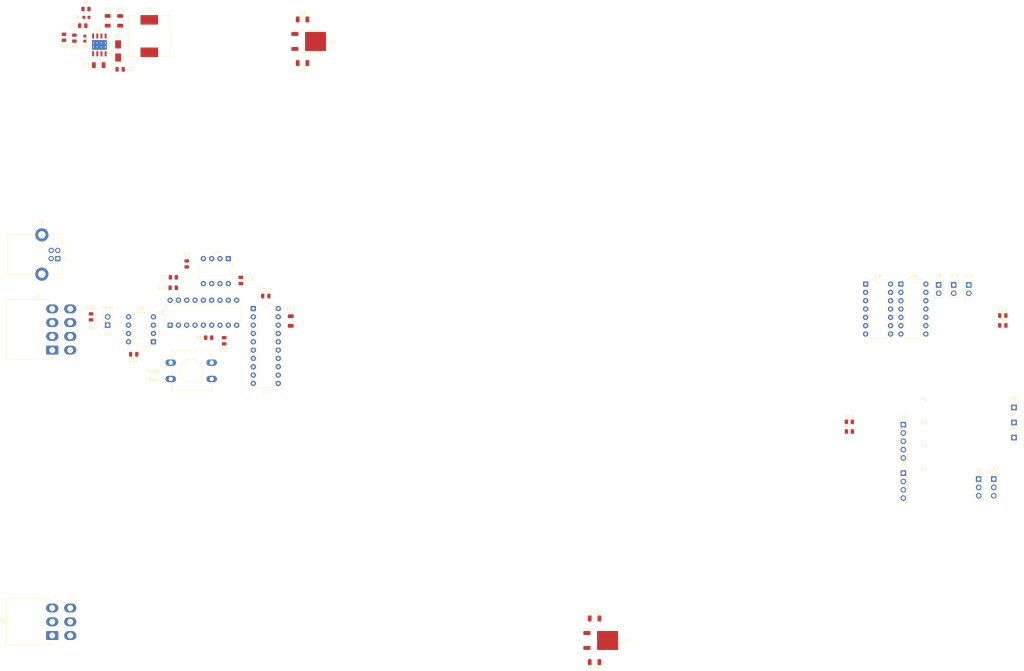
<source format=kicad_pcb>
(kicad_pcb (version 20241229) (generator "pcbnew") (generator_version "9.0")
  (title_block (title "CAN Gauge Interface") (date "2025-09-27") (rev "0.1") (company "Sam Anthony"))
  (layers (0 "F.Cu" signal) (4 "In1.Cu" signal) (6 "In2.Cu" signal) (2 "B.Cu" power) (13 "F.Paste" user) (15 "B.Paste" user) (5 "F.SilkS" user "F.Silkscreen") (7 "B.SilkS" user "B.Silkscreen") (1 "F.Mask" user) (3 "B.Mask" user) (25 "Edge.Cuts" user))
  (net 0 "")
  (net 1 "GND")
  (net 2 "+12V")
  (net 3 "Net-(U5-BOOT)")
  (net 4 "+7V")
  (net 5 "Net-(C7-Pad2)")
  (net 6 "+5V")
  (net 7 "Net-(U1-Vusb3v3)")
  (net 8 "/~{MCLR}")
  (net 9 "+5VA")
  (net 10 "/USB_D+")
  (net 11 "/USB_D-")
  (net 12 "VBUS")
  (net 15 "/CAN_L")
  (net 16 "/Speed")
  (net 17 "/Tach")
  (net 18 "/CAN_H")
  (net 19 "/AN4")
  (net 20 "/AN2")
  (net 21 "/AN3")
  (net 22 "/AN1")
  (net 23 "/ICSP_CLK")
  (net 24 "/ICSP_DAT")
  (net 25 "/SCK")
  (net 26 "/MOSI")
  (net 27 "/MISO")
  (net 28 "/CAN_~{CS}")
  (net 29 "/ROM_~{CS}")
  (net 30 "/DAC2_~{CS}")
  (net 31 "/DAC1_~{CS}")
  (net 32 "/INT{slash}ICSP_CLK")
  (net 33 "/INT")
  (net 34 "Net-(JP5-B)")
  (net 37 "/CLK")
  (net 40 "/CAN_RX")
  (net 41 "/CAN_TX")
  (net 54 "/PH")
  (net 55 "/sense")
  (footprint "Connector_PinSocket_2.54mm:PinSocket_1x01_P2.54mm_Vertical" (layer "F.Cu") (at 356.7 187.2)
    (property "Reference" "J7" (at 0 -2.77 0) (layer "F.SilkS"))
    (property "Value" "ROM ~{CS}")
    (pad "1" thru_hole rect (at 0 0) (size 1.7 1.7) (drill 1) (layers "*.Cu" "*.Mask") (net 29 "/ROM_~{CS}"))
  )
  (footprint "Capacitor_SMD:C_1206_3216Metric" (layer "F.Cu") (at 139.495 77.47)
    (property "Reference" "C9" (at 0 1.984 0) (layer "F.SilkS"))
    (property "Value" "10u" (hide yes))
    (pad "1" smd roundrect (at -1.475 0) (size 1.15 1.8) (layers "F.Cu" "F.Mask" "F.Paste") (roundrect_rratio 0.217391) (net 6 "+5V"))
    (pad "2" smd roundrect (at 1.475 0) (size 1.15 1.8) (layers "F.Cu" "F.Mask" "F.Paste") (roundrect_rratio 0.217391) (net 1 "GND"))
  )
  (footprint "Capacitor_SMD:C_0805_2012Metric" (layer "F.Cu") (at 72.39 66.04 180)
    (property "Reference" "C7" (at 3.175 0 0) (layer "F.SilkS"))
    (property "Value" "47n" (hide yes))
    (pad "1" smd roundrect (at -0.95 0 180) (size 1 1.45) (layers "F.Cu" "F.Mask" "F.Paste") (net 55 "/sense"))
    (pad "2" smd roundrect (at 0.95 0 180) (size 1 1.45) (layers "F.Cu" "F.Mask" "F.Paste") (net 5 "Net-(C7-Pad2)"))
  )
  (footprint "Connector_PinSocket_2.54mm:PinSocket_1x04_P2.54mm_Vertical" (layer "F.Cu") (at 322.92 202.65)
    (property "Reference" "J9" (at 0 -2.77 0) (layer "F.SilkS"))
    (property "Value" "Conn_01x04_Socket")
    (pad "1" thru_hole rect (at 0 0) (size 1.7 1.7) (drill 1) (layers "*.Cu" "*.Mask") (net 2 "+12V"))
    (pad "2" thru_hole oval (at 0 2.54) (size 1.7 1.7) (drill 1) (layers "*.Cu" "*.Mask") (net 4 "+7V"))
    (pad "3" thru_hole oval (at 0 5.08) (size 1.7 1.7) (drill 1) (layers "*.Cu" "*.Mask") (net 6 "+5V"))
    (pad "4" thru_hole oval (at 0 7.62) (size 1.7 1.7) (drill 1) (layers "*.Cu" "*.Mask") (net 1 "GND"))
  )
  (footprint "MountingHole:MountingHole_3.2mm_M3_DIN965" (layer "F.Cu") (at 329.24 183.85)
    (property "Reference" "H1" (at 0 -3.8 0) (layer "F.SilkS"))
    (property "Value" "MountingHole")
    (pad "" np_thru_hole circle (at 0 0) (size 3.2 3.2) (drill 3.2) (layers "*.Cu" "*.Mask"))
  )
  (footprint "Capacitor_SMD:C_1206_3216Metric" (layer "F.Cu") (at 228.649 260.35)
    (property "Reference" "C19" (at 0 1.905 0) (layer "F.SilkS"))
    (property "Value" "10u" (hide yes))
    (pad "1" smd roundrect (at -1.475 0) (size 1.15 1.8) (layers "F.Cu" "F.Mask" "F.Paste") (roundrect_rratio 0.217391) (net 9 "+5VA"))
    (pad "2" smd roundrect (at 1.475 0) (size 1.15 1.8) (layers "F.Cu" "F.Mask" "F.Paste") (roundrect_rratio 0.217391) (net 1 "GND"))
  )
  (footprint "Resistor_SMD:R_0805_2012Metric" (layer "F.Cu") (at 306.44 186.99)
    (property "Reference" "R10" (at 0 -1.65 0) (layer "F.SilkS"))
    (property "Value" "10k")
    (pad "1" smd roundrect (at -0.9125 0) (size 1.025 1.4) (layers "F.Cu" "F.Mask" "F.Paste") (roundrect_rratio 0.243902) (net 9 "+5VA"))
    (pad "2" smd roundrect (at 0.9125 0) (size 1.025 1.4) (layers "F.Cu" "F.Mask" "F.Paste") (roundrect_rratio 0.243902) (net 31 "/DAC1_~{CS}"))
  )
  (footprint "Capacitor_SMD:C_1206_3216Metric" (layer "F.Cu") (at 228.649 247.015)
    (property "Reference" "C18" (at 0 -1.85 0) (layer "F.SilkS"))
    (property "Value" "10u" (hide yes))
    (pad "1" smd roundrect (at -1.475 0) (size 1.15 1.8) (layers "F.Cu" "F.Mask" "F.Paste") (roundrect_rratio 0.217391) (net 4 "+7V"))
    (pad "2" smd roundrect (at 1.475 0) (size 1.15 1.8) (layers "F.Cu" "F.Mask" "F.Paste") (roundrect_rratio 0.217391) (net 1 "GND"))
  )
  (footprint "Package_TO_SOT_SMD:TO-252-2" (layer "F.Cu") (at 142.2 70.86)
    (property "Reference" "U6" (at 6.443 0.128 0) (layer "F.SilkS"))
    (property "Value" "L78M05AB" (hide yes))
    (pad "1" smd roundrect (at -5.04 -2.28) (size 2.2 1.2) (layers "F.Cu" "F.Mask" "F.Paste") (roundrect_rratio 0.208333) (net 4 "+7V"))
    (pad "2" smd roundrect (at -0.415 -1.525) (size 3.05 2.75) (layers "F.Cu" "F.Paste") (roundrect_rratio 0.090909) (net 1 "GND"))
    (pad "2" smd roundrect (at -0.415 1.525) (size 3.05 2.75) (layers "F.Cu" "F.Paste") (roundrect_rratio 0.090909) (net 1 "GND"))
    (pad "2" smd roundrect (at 1.26 0) (size 6.4 5.8) (layers "F.Cu" "F.Mask") (roundrect_rratio 0.043103) (net 1 "GND"))
    (pad "2" smd roundrect (at 2.935 -1.525) (size 3.05 2.75) (layers "F.Cu" "F.Paste") (roundrect_rratio 0.090909) (net 1 "GND"))
    (pad "2" smd roundrect (at 2.935 1.525) (size 3.05 2.75) (layers "F.Cu" "F.Paste") (roundrect_rratio 0.090909) (net 1 "GND"))
    (pad "3" smd roundrect (at -5.04 2.28) (size 2.2 1.2) (layers "F.Cu" "F.Mask" "F.Paste") (roundrect_rratio 0.208333) (net 6 "+5V"))
  )
  (footprint "Capacitor_SMD:C_0805_2012Metric" (layer "F.Cu") (at 353.28 154.54)
    (property "Reference" "C16" (at 0 -1.68 0) (layer "F.SilkS"))
    (property "Value" "100n")
    (pad "1" smd roundrect (at -0.95 0) (size 1 1.45) (layers "F.Cu" "F.Mask" "F.Paste") (net 9 "+5VA"))
    (pad "2" smd roundrect (at 0.95 0) (size 1 1.45) (layers "F.Cu" "F.Mask" "F.Paste") (net 1 "GND"))
  )
  (footprint "MountingHole:MountingHole_3.2mm_M3_DIN965" (layer "F.Cu") (at 329.24 191)
    (property "Reference" "H2" (at 0 -3.8 0) (layer "F.SilkS"))
    (property "Value" "MountingHole")
    (pad "" np_thru_hole circle (at 0 0) (size 3.2 3.2) (drill 3.2) (layers "*.Cu" "*.Mask"))
  )
  (footprint "Capacitor_SMD:C_0603_1608Metric" (layer "F.Cu") (at 73.025 69.99 -90)
    (property "Reference" "C4" (at 2.4 0 180) (layer "F.SilkS"))
    (property "Value" "220p" (hide yes))
    (pad "1" smd roundrect (at -0.775 0 270) (size 0.9 0.95) (layers "F.Cu" "F.Mask" "F.Paste") (net 55 "/sense"))
    (pad "2" smd roundrect (at 0.775 0 270) (size 0.9 0.95) (layers "F.Cu" "F.Mask" "F.Paste") (net 1 "GND"))
  )
  (footprint "Connector_Molex:Molex_Mini-Fit_Jr_5569-06A2_2x03_P4.20mm_Horizontal" (layer "F.Cu") (at 63.08 252.24 90)
    (property "Reference" "J3" (at 4.2 -15.1 90) (layer "F.SilkS"))
    (property "Value" "Analog")
    (pad "" np_thru_hole circle (at 0 -7.3 90) (size 3 3) (drill 3) (layers "*.Cu" "*.Mask"))
    (pad "" np_thru_hole circle (at 8.4 -7.3 90) (size 3 3) (drill 3) (layers "*.Cu" "*.Mask"))
    (pad "1" thru_hole roundrect (at 0 0 90) (size 2.7 3.7) (drill 1.8) (layers "*.Cu" "*.Mask") (roundrect_rratio 0.092593) (net 22 "/AN1"))
    (pad "2" thru_hole oval (at 4.2 0 90) (size 2.7 3.7) (drill 1.8) (layers "*.Cu" "*.Mask") (net 1 "GND"))
    (pad "3" thru_hole oval (at 8.4 0 90) (size 2.7 3.7) (drill 1.8) (layers "*.Cu" "*.Mask") (net 19 "/AN4"))
    (pad "4" thru_hole oval (at 0 5.5 90) (size 2.7 3.7) (drill 1.8) (layers "*.Cu" "*.Mask") (net 20 "/AN2"))
    (pad "5" thru_hole oval (at 4.2 5.5 90) (size 2.7 3.7) (drill 1.8) (layers "*.Cu" "*.Mask") (net 1 "GND"))
    (pad "6" thru_hole oval (at 8.4 5.5 90) (size 2.7 3.7) (drill 1.8) (layers "*.Cu" "*.Mask") (net 21 "/AN3"))
  )
  (footprint "Resistor_SMD:R_0805_2012Metric" (layer "F.Cu") (at 73.3825 60.96)
    (property "Reference" "R1" (at 0 -1.905 0) (layer "F.SilkS"))
    (property "Value" "10k" (hide yes))
    (pad "1" smd roundrect (at -0.9125 0) (size 1.025 1.4) (layers "F.Cu" "F.Mask" "F.Paste") (roundrect_rratio 0.243902) (net 55 "/sense"))
    (pad "2" smd roundrect (at 0.9125 0) (size 1.025 1.4) (layers "F.Cu" "F.Mask" "F.Paste") (roundrect_rratio 0.243902) (net 4 "+7V"))
  )
  (footprint "Connector_USB:USB_B_Lumberg_2411_02_Horizontal" (layer "F.Cu") (at 64.77 137.16 180)
    (property "Reference" "J1" (at 5.08 11.43 180) (layer "F.SilkS"))
    (property "Value" "USB_B" (hide yes))
    (pad "1" thru_hole rect (at 0 0 270) (size 1.6 1.6) (drill 0.95) (layers "*.Cu" "*.Mask") (net 12 "VBUS"))
    (pad "2" thru_hole circle (at 0 2.5 270) (size 1.6 1.6) (drill 0.95) (layers "*.Cu" "*.Mask") (net 11 "/USB_D-"))
    (pad "3" thru_hole circle (at 2 2.5 270) (size 1.6 1.6) (drill 0.95) (layers "*.Cu" "*.Mask") (net 10 "/USB_D+"))
    (pad "4" thru_hole circle (at 2 0 270) (size 1.6 1.6) (drill 0.95) (layers "*.Cu" "*.Mask") (net 1 "GND"))
    (pad "5" thru_hole circle (at 4.86 -4.75 270) (size 4 4) (drill 2.3) (layers "*.Cu" "*.Mask"))
    (pad "5" thru_hole circle (at 4.86 7.25 270) (size 4 4) (drill 2.3) (layers "*.Cu" "*.Mask"))
  )
  (footprint "Connector_PinSocket_2.54mm:PinSocket_1x02_P2.54mm_Vertical" (layer "F.Cu") (at 80.01 157.48 180)
    (property "Reference" "JP5" (at 0 -2.77 0) (layer "F.SilkS"))
    (property "Value" "Term" (at 0 5.31 0) (layer "F.SilkS"))
    (pad "1" thru_hole rect (at 0 0 180) (size 1.7 1.7) (drill 1) (layers "*.Cu" "*.Mask") (net 15 "/CAN_L"))
    (pad "2" thru_hole oval (at 0 2.54 180) (size 1.7 1.7) (drill 1) (layers "*.Cu" "*.Mask") (net 34 "Net-(JP5-B)"))
  )
  (footprint "Capacitor_SMD:C_0603_1608Metric" (layer "F.Cu") (at 73.52 63.5)
    (property "Reference" "C6" (at -3.035 0 0) (layer "F.SilkS"))
    (property "Value" "3300p" (hide yes))
    (pad "1" smd roundrect (at -0.775 0) (size 0.9 0.95) (layers "F.Cu" "F.Mask" "F.Paste") (net 55 "/sense"))
    (pad "2" smd roundrect (at 0.775 0) (size 0.9 0.95) (layers "F.Cu" "F.Mask" "F.Paste") (net 4 "+7V"))
  )
  (footprint "Inductor_SMD:L_12x12mm_H8mm" (layer "F.Cu") (at 92.71 69.215 90)
    (property "Reference" "L1" (at 8.255 0 180) (layer "F.SilkS"))
    (property "Value" "150u" (hide yes))
    (pad "1" smd rect (at -4.95 0 90) (size 2.9 5.4) (layers "F.Cu" "F.Mask" "F.Paste") (net 54 "/PH"))
    (pad "2" smd rect (at 4.95 0 90) (size 2.9 5.4) (layers "F.Cu" "F.Mask" "F.Paste") (net 4 "+7V"))
  )
  (footprint "MountingHole:MountingHole_3.2mm_M3_DIN965" (layer "F.Cu") (at 329.24 205.3)
    (property "Reference" "H4" (at 0 -3.8 0) (layer "F.SilkS"))
    (property "Value" "MountingHole")
    (pad "" np_thru_hole circle (at 0 0) (size 3.2 3.2) (drill 3.2) (layers "*.Cu" "*.Mask"))
  )
  (footprint "Resistor_SMD:R_0805_2012Metric" (layer "F.Cu") (at 66.675 69.5725 -90)
    (property "Reference" "R2" (at 2.8175 0 180) (layer "F.SilkS"))
    (property "Value" "3k24" (hide yes))
    (pad "1" smd roundrect (at -0.9125 0 270) (size 1.025 1.4) (layers "F.Cu" "F.Mask" "F.Paste") (roundrect_rratio 0.243902) (net 55 "/sense"))
    (pad "2" smd roundrect (at 0.9125 0 270) (size 1.025 1.4) (layers "F.Cu" "F.Mask" "F.Paste") (roundrect_rratio 0.243902) (net 1 "GND"))
  )
  (footprint "Resistor_SMD:R_0805_2012Metric" (layer "F.Cu") (at 110.8475 161.29)
    (property "Reference" "R6" (at -2.8975 0 0) (layer "F.SilkS"))
    (property "Value" "10k" (hide yes))
    (pad "1" smd roundrect (at -0.9125 0) (size 1.025 1.4) (layers "F.Cu" "F.Mask" "F.Paste") (roundrect_rratio 0.243902) (net 6 "+5V"))
    (pad "2" smd roundrect (at 0.9125 0) (size 1.025 1.4) (layers "F.Cu" "F.Mask" "F.Paste") (roundrect_rratio 0.243902) (net 8 "/~{MCLR}"))
  )
  (footprint "Connector_PinSocket_2.54mm:PinSocket_1x02_P2.54mm_Vertical" (layer "F.Cu") (at 333.7 145.2)
    (property "Reference" "J8" (at 0 -2.77 0) (layer "F.SilkS"))
    (property "Value" "DAC ~{CS}")
    (pad "1" thru_hole rect (at 0 0) (size 1.7 1.7) (drill 1) (layers "*.Cu" "*.Mask") (net 31 "/DAC1_~{CS}"))
    (pad "2" thru_hole oval (at 0 2.54) (size 1.7 1.7) (drill 1) (layers "*.Cu" "*.Mask") (net 30 "/DAC2_~{CS}"))
  )
  (footprint "Button_Switch_THT:SW_PUSH-12mm" (layer "F.Cu") (at 111.76 173.91 180)
    (property "Reference" "SW1" (at 17.78 -0.08 0) (layer "F.SilkS"))
    (property "Value" "Reset" (at 17.78 2.46 0) (layer "F.SilkS"))
    (pad "1" thru_hole oval (at 0 0 180) (size 3.2 1.9) (drill 1.3) (layers "*.Cu" "*.Mask") (net 1 "GND"))
    (pad "1" thru_hole oval (at 12.5 0 180) (size 3.2 1.9) (drill 1.3) (layers "*.Cu" "*.Mask") (net 1 "GND"))
    (pad "2" thru_hole oval (at 0 5 180) (size 3.2 1.9) (drill 1.3) (layers "*.Cu" "*.Mask") (net 8 "/~{MCLR}"))
    (pad "2" thru_hole oval (at 12.5 5 180) (size 3.2 1.9) (drill 1.3) (layers "*.Cu" "*.Mask") (net 8 "/~{MCLR}"))
  )
  (footprint "Capacitor_SMD:C_1206_3216Metric" (layer "F.Cu") (at 80.01 64.565 -90)
    (property "Reference" "C3" (at -3.38 0 0) (layer "F.SilkS"))
    (property "Value" "22u" (hide yes))
    (pad "1" smd roundrect (at -1.475 0 270) (size 1.15 1.8) (layers "F.Cu" "F.Mask" "F.Paste") (roundrect_rratio 0.217391) (net 4 "+7V"))
    (pad "2" smd roundrect (at 1.475 0 270) (size 1.15 1.8) (layers "F.Cu" "F.Mask" "F.Paste") (roundrect_rratio 0.217391) (net 1 "GND"))
  )
  (footprint "Connector_PinSocket_2.54mm:PinSocket_1x01_P2.54mm_Vertical" (layer "F.Cu") (at 356.7 182.6)
    (property "Reference" "J6" (at 0 -2.77 0) (layer "F.SilkS"))
    (property "Value" "CAN ~{CS}")
    (pad "1" thru_hole rect (at 0 0) (size 1.7 1.7) (drill 1) (layers "*.Cu" "*.Mask") (net 28 "/CAN_~{CS}"))
  )
  (footprint "Resistor_SMD:R_0805_2012Metric" (layer "F.Cu") (at 104.14 138.7875 -90)
    (property "Reference" "R9" (at -2.8975 0 180) (layer "F.SilkS"))
    (property "Value" "10k" (hide yes))
    (pad "1" smd roundrect (at -0.9125 0 270) (size 1.025 1.4) (layers "F.Cu" "F.Mask" "F.Paste") (roundrect_rratio 0.243902) (net 6 "+5V"))
    (pad "2" smd roundrect (at 0.9125 0 270) (size 1.025 1.4) (layers "F.Cu" "F.Mask" "F.Paste") (roundrect_rratio 0.243902) (net 29 "/ROM_~{CS}"))
  )
  (footprint "Connector_PinSocket_2.54mm:PinSocket_1x03_P2.54mm_Vertical" (layer "F.Cu") (at 350.52 204.47)
    (property "Reference" "JP2" (at 0 -2.77 0) (layer "F.SilkS"))
    (property "Value" "Prog")
    (pad "1" thru_hole rect (at 0 0) (size 1.7 1.7) (drill 1) (layers "*.Cu" "*.Mask") (net 33 "/INT"))
    (pad "2" thru_hole oval (at 0 2.54) (size 1.7 1.7) (drill 1) (layers "*.Cu" "*.Mask") (net 32 "/INT{slash}ICSP_CLK"))
    (pad "3" thru_hole oval (at 0 5.08) (size 1.7 1.7) (drill 1) (layers "*.Cu" "*.Mask") (net 23 "/ICSP_CLK"))
  )
  (footprint "Package_DIP:DIP-14_W7.62mm" (layer "F.Cu") (at 311.4 144.93)
    (property "Reference" "U8" (at 3.81 -2.33 0) (layer "F.SilkS"))
    (property "Value" "MCP4912")
    (pad "1" thru_hole roundrect (at 0 0) (size 1.6 1.6) (drill 0.8) (layers "*.Cu" "*.Mask") (roundrect_rratio 0.15625) (net 9 "+5VA"))
    (pad "2" thru_hole circle (at 0 2.54) (size 1.6 1.6) (drill 0.8) (layers "*.Cu" "*.Mask"))
    (pad "3" thru_hole circle (at 0 5.08) (size 1.6 1.6) (drill 0.8) (layers "*.Cu" "*.Mask") (net 31 "/DAC1_~{CS}"))
    (pad "4" thru_hole circle (at 0 7.62) (size 1.6 1.6) (drill 0.8) (layers "*.Cu" "*.Mask") (net 25 "/SCK"))
    (pad "5" thru_hole circle (at 0 10.16) (size 1.6 1.6) (drill 0.8) (layers "*.Cu" "*.Mask") (net 26 "/MOSI"))
    (pad "6" thru_hole circle (at 0 12.7) (size 1.6 1.6) (drill 0.8) (layers "*.Cu" "*.Mask"))
    (pad "7" thru_hole circle (at 0 15.24) (size 1.6 1.6) (drill 0.8) (layers "*.Cu" "*.Mask"))
    (pad "8" thru_hole circle (at 7.62 15.24) (size 1.6 1.6) (drill 0.8) (layers "*.Cu" "*.Mask") (net 1 "GND"))
    (pad "9" thru_hole circle (at 7.62 12.7) (size 1.6 1.6) (drill 0.8) (layers "*.Cu" "*.Mask") (net 9 "+5VA"))
    (pad "10" thru_hole circle (at 7.62 10.16) (size 1.6 1.6) (drill 0.8) (layers "*.Cu" "*.Mask") (net 20 "/AN2"))
    (pad "11" thru_hole circle (at 7.62 7.62) (size 1.6 1.6) (drill 0.8) (layers "*.Cu" "*.Mask") (net 9 "+5VA"))
    (pad "12" thru_hole circle (at 7.62 5.08) (size 1.6 1.6) (drill 0.8) (layers "*.Cu" "*.Mask") (net 1 "GND"))
    (pad "13" thru_hole circle (at 7.62 2.54) (size 1.6 1.6) (drill 0.8) (layers "*.Cu" "*.Mask") (net 9 "+5VA"))
    (pad "14" thru_hole circle (at 7.62 0) (size 1.6 1.6) (drill 0.8) (layers "*.Cu" "*.Mask") (net 22 "/AN1"))
  )
  (footprint "Diode_SMD:D_SMA" (layer "F.Cu") (at 83.185 73.755 90)
    (property "Reference" "D1" (at 4.54 0 180) (layer "F.SilkS"))
    (property "Value" "SS34" (hide yes))
    (pad "1" smd roundrect (at -2 0 90) (size 2.5 1.8) (layers "F.Cu" "F.Mask" "F.Paste") (roundrect_rratio 0.1388888889) (net 54 "/PH"))
    (pad "2" smd roundrect (at 2 0 90) (size 2.5 1.8) (layers "F.Cu" "F.Mask" "F.Paste") (roundrect_rratio 0.1388888889) (net 1 "GND"))
  )
  (footprint "Connector_Molex:Molex_Mini-Fit_Jr_5569-08A2_2x04_P4.20mm_Horizontal" (layer "F.Cu") (at 63.08 165.1 90)
    (property "Reference" "J2" (at 16.51 -4.66 180) (layer "F.SilkS"))
    (property "Value" "Conn_02x04_Top_Bottom" (hide yes))
    (pad "" np_thru_hole circle (at 0 -7.3 90) (size 3 3) (drill 3) (layers "*.Cu" "*.Mask"))
    (pad "" np_thru_hole circle (at 12.6 -7.3 90) (size 3 3) (drill 3) (layers "*.Cu" "*.Mask"))
    (pad "1" thru_hole roundrect (at 0 0 90) (size 2.7 3.7) (drill 1.8) (layers "*.Cu" "*.Mask") (roundrect_rratio 0.092593) (net 17 "/Tach"))
    (pad "2" thru_hole oval (at 4.2 0 90) (size 2.7 3.7) (drill 1.8) (layers "*.Cu" "*.Mask") (net 1 "GND"))
    (pad "3" thru_hole oval (at 8.4 0 90) (size 2.7 3.7) (drill 1.8) (layers "*.Cu" "*.Mask") (net 1 "GND"))
    (pad "4" thru_hole oval (at 12.6 0 90) (size 2.7 3.7) (drill 1.8) (layers "*.Cu" "*.Mask") (net 2 "+12V"))
    (pad "5" thru_hole oval (at 0 5.5 90) (size 2.7 3.7) (drill 1.8) (layers "*.Cu" "*.Mask") (net 16 "/Speed"))
    (pad "6" thru_hole oval (at 4.2 5.5 90) (size 2.7 3.7) (drill 1.8) (layers "*.Cu" "*.Mask") (net 18 "/CAN_H"))
    (pad "7" thru_hole oval (at 8.4 5.5 90) (size 2.7 3.7) (drill 1.8) (layers "*.Cu" "*.Mask") (net 15 "/CAN_L"))
    (pad "8" thru_hole oval (at 12.6 5.5 90) (size 2.7 3.7) (drill 1.8) (layers "*.Cu" "*.Mask") (net 1 "GND"))
  )
  (footprint "Resistor_SMD:R_0805_2012Metric" (layer "F.Cu") (at 69.85 69.85 -90)
    (property "Reference" "R3" (at 2.54 0 0) (layer "F.SilkS"))
    (property "Value" "2k7" (hide yes))
    (pad "1" smd roundrect (at -0.9125 0 270) (size 1.025 1.4) (layers "F.Cu" "F.Mask" "F.Paste") (roundrect_rratio 0.243902) (net 5 "Net-(C7-Pad2)"))
    (pad "2" smd roundrect (at 0.9125 0 270) (size 1.025 1.4) (layers "F.Cu" "F.Mask" "F.Paste") (roundrect_rratio 0.243902) (net 1 "GND"))
  )
  (footprint "Package_DIP:DIP-8_W7.62mm" (layer "F.Cu") (at 93.98 162.56 180)
    (property "Reference" "U3" (at 3.805 10.16 0) (layer "F.SilkS"))
    (property "Value" "MCP2561-E-P" (hide yes))
    (pad "1" thru_hole roundrect (at 0 0 180) (size 1.6 1.6) (drill 0.8) (layers "*.Cu" "*.Mask") (roundrect_rratio 0.15625) (net 41 "/CAN_TX"))
    (pad "2" thru_hole circle (at 0 2.54 180) (size 1.6 1.6) (drill 0.8) (layers "*.Cu" "*.Mask") (net 1 "GND"))
    (pad "3" thru_hole circle (at 0 5.08 180) (size 1.6 1.6) (drill 0.8) (layers "*.Cu" "*.Mask") (net 6 "+5V"))
    (pad "4" thru_hole circle (at 0 7.62 180) (size 1.6 1.6) (drill 0.8) (layers "*.Cu" "*.Mask") (net 40 "/CAN_RX"))
    (pad "5" thru_hole circle (at 7.62 7.62 180) (size 1.6 1.6) (drill 0.8) (layers "*.Cu" "*.Mask"))
    (pad "6" thru_hole circle (at 7.62 5.08 180) (size 1.6 1.6) (drill 0.8) (layers "*.Cu" "*.Mask") (net 15 "/CAN_L"))
    (pad "7" thru_hole circle (at 7.62 2.54 180) (size 1.6 1.6) (drill 0.8) (layers "*.Cu" "*.Mask") (net 18 "/CAN_H"))
    (pad "8" thru_hole circle (at 7.62 0 180) (size 1.6 1.6) (drill 0.8) (layers "*.Cu" "*.Mask") (net 1 "GND"))
  )
  (footprint "Resistor_SMD:R_0805_2012Metric" (layer "F.Cu") (at 100.0525 142.875)
    (property "Reference" "R7" (at -2.8975 0 180) (layer "F.SilkS"))
    (property "Value" "10k" (hide yes))
    (pad "1" smd roundrect (at -0.9125 0) (size 1.025 1.4) (layers "F.Cu" "F.Mask" "F.Paste") (roundrect_rratio 0.243902) (net 6 "+5V"))
    (pad "2" smd roundrect (at 0.9125 0) (size 1.025 1.4) (layers "F.Cu" "F.Mask" "F.Paste") (roundrect_rratio 0.243902) (net 28 "/CAN_~{CS}"))
  )
  (footprint "Capacitor_SMD:C_1206_3216Metric" (layer "F.Cu") (at 83.82 64.565 -90)
    (property "Reference" "C5" (at -3.38 0 0) (layer "F.SilkS"))
    (property "Value" "22u" (hide yes))
    (pad "1" smd roundrect (at -1.475 0 270) (size 1.15 1.8) (layers "F.Cu" "F.Mask" "F.Paste") (roundrect_rratio 0.217391) (net 4 "+7V"))
    (pad "2" smd roundrect (at 1.475 0 270) (size 1.15 1.8) (layers "F.Cu" "F.Mask" "F.Paste") (roundrect_rratio 0.217391) (net 1 "GND"))
  )
  (footprint "Connector_PinHeader_2.54mm:PinHeader_1x05_P2.54mm_Vertical" (layer "F.Cu") (at 322.92 187.85)
    (property "Reference" "J4" (at 0 -2.33 0) (layer "F.SilkS"))
    (property "Value" "ICSP")
    (pad "1" thru_hole rect (at 0 0) (size 1.7 1.7) (drill 1) (layers "*.Cu" "*.Mask") (net 8 "/~{MCLR}"))
    (pad "2" thru_hole oval (at 0 2.54) (size 1.7 1.7) (drill 1) (layers "*.Cu" "*.Mask") (net 6 "+5V"))
    (pad "3" thru_hole oval (at 0 5.08) (size 1.7 1.7) (drill 1) (layers "*.Cu" "*.Mask") (net 1 "GND"))
    (pad "4" thru_hole oval (at 0 7.62) (size 1.7 1.7) (drill 1) (layers "*.Cu" "*.Mask") (net 24 "/ICSP_DAT"))
    (pad "5" thru_hole oval (at 0 10.16) (size 1.7 1.7) (drill 1) (layers "*.Cu" "*.Mask") (net 23 "/ICSP_CLK"))
  )
  (footprint "Capacitor_SMD:C_0805_2012Metric" (layer "F.Cu") (at 87.95 166.37)
    (property "Reference" "C14" (at 0 1.905 0) (layer "F.SilkS"))
    (property "Value" "100n" (hide yes))
    (pad "1" smd roundrect (at -0.95 0) (size 1 1.45) (layers "F.Cu" "F.Mask" "F.Paste") (net 1 "GND"))
    (pad "2" smd roundrect (at 0.95 0) (size 1 1.45) (layers "F.Cu" "F.Mask" "F.Paste") (net 6 "+5V"))
  )
  (footprint "Connector_PinSocket_2.54mm:PinSocket_1x03_P2.54mm_Vertical" (layer "F.Cu") (at 345.92 204.47)
    (property "Reference" "J5" (at 0 -2.77 0) (layer "F.SilkS"))
    (property "Value" "SPI Debug")
    (pad "1" thru_hole rect (at 0 0) (size 1.7 1.7) (drill 1) (layers "*.Cu" "*.Mask") (net 26 "/MOSI"))
    (pad "2" thru_hole oval (at 0 2.54) (size 1.7 1.7) (drill 1) (layers "*.Cu" "*.Mask") (net 25 "/SCK"))
    (pad "3" thru_hole oval (at 0 5.08) (size 1.7 1.7) (drill 1) (layers "*.Cu" "*.Mask") (net 27 "/MISO"))
  )
  (footprint "Connector_PinSocket_2.54mm:PinSocket_1x02_P2.54mm_Vertical" (layer "F.Cu") (at 342.9 145.2)
    (property "Reference" "JP4" (at 0 -2.77 0) (layer "F.SilkS"))
    (property "Value" "USB_PWR")
    (pad "1" thru_hole rect (at 0 0) (size 1.7 1.7) (drill 1) (layers "*.Cu" "*.Mask") (net 12 "VBUS"))
    (pad "2" thru_hole oval (at 0 2.54) (size 1.7 1.7) (drill 1) (layers "*.Cu" "*.Mask") (net 9 "+5VA"))
  )
  (footprint "Capacitor_SMD:C_1206_3216Metric" (layer "F.Cu") (at 139.495 64.135)
    (property "Reference" "C8" (at 0 -1.85 0) (layer "F.SilkS"))
    (property "Value" "10u" (hide yes))
    (pad "1" smd roundrect (at -1.475 0) (size 1.15 1.8) (layers "F.Cu" "F.Mask" "F.Paste") (roundrect_rratio 0.217391) (net 4 "+7V"))
    (pad "2" smd roundrect (at 1.475 0) (size 1.15 1.8) (layers "F.Cu" "F.Mask" "F.Paste") (roundrect_rratio 0.217391) (net 1 "GND"))
  )
  (footprint "Connector_PinSocket_2.54mm:PinSocket_1x01_P2.54mm_Vertical" (layer "F.Cu") (at 356.7 191.8)
    (property "Reference" "J10" (at 0 -2.77 0) (layer "F.SilkS"))
    (property "Value" "+5VA")
    (pad "1" thru_hole rect (at 0 0) (size 1.7 1.7) (drill 1) (layers "*.Cu" "*.Mask") (net 9 "+5VA"))
  )
  (footprint "Package_DIP:DIP-20_W7.62mm" (layer "F.Cu") (at 124.46 152.4)
    (property "Reference" "U1" (at 3.81 25.4 0) (layer "F.SilkS"))
    (property "Value" "PIC16F1459-IP" (hide yes))
    (pad "1" thru_hole roundrect (at 0 0) (size 1.6 1.6) (drill 0.8) (layers "*.Cu" "*.Mask") (roundrect_rratio 0.15625) (net 6 "+5V"))
    (pad "2" thru_hole circle (at 0 2.54) (size 1.6 1.6) (drill 0.8) (layers "*.Cu" "*.Mask") (net 28 "/CAN_~{CS}"))
    (pad "3" thru_hole circle (at 0 5.08) (size 1.6 1.6) (drill 0.8) (layers "*.Cu" "*.Mask") (net 37 "/CLK"))
    (pad "4" thru_hole circle (at 0 7.62) (size 1.6 1.6) (drill 0.8) (layers "*.Cu" "*.Mask") (net 8 "/~{MCLR}"))
    (pad "5" thru_hole circle (at 0 10.16) (size 1.6 1.6) (drill 0.8) (layers "*.Cu" "*.Mask"))
    (pad "6" thru_hole circle (at 0 12.7) (size 1.6 1.6) (drill 0.8) (layers "*.Cu" "*.Mask"))
    (pad "7" thru_hole circle (at 0 15.24) (size 1.6 1.6) (drill 0.8) (layers "*.Cu" "*.Mask"))
    (pad "8" thru_hole circle (at 0 17.78) (size 1.6 1.6) (drill 0.8) (layers "*.Cu" "*.Mask"))
    (pad "9" thru_hole circle (at 0 20.32) (size 1.6 1.6) (drill 0.8) (layers "*.Cu" "*.Mask") (net 26 "/MOSI"))
    (pad "10" thru_hole circle (at 0 22.86) (size 1.6 1.6) (drill 0.8) (layers "*.Cu" "*.Mask"))
    (pad "11" thru_hole circle (at 7.62 22.86) (size 1.6 1.6) (drill 0.8) (layers "*.Cu" "*.Mask") (net 25 "/SCK"))
    (pad "12" thru_hole circle (at 7.62 20.32) (size 1.6 1.6) (drill 0.8) (layers "*.Cu" "*.Mask"))
    (pad "13" thru_hole circle (at 7.62 17.78) (size 1.6 1.6) (drill 0.8) (layers "*.Cu" "*.Mask") (net 27 "/MISO"))
    (pad "14" thru_hole circle (at 7.62 15.24) (size 1.6 1.6) (drill 0.8) (layers "*.Cu" "*.Mask"))
    (pad "15" thru_hole circle (at 7.62 12.7) (size 1.6 1.6) (drill 0.8) (layers "*.Cu" "*.Mask") (net 32 "/INT{slash}ICSP_CLK"))
    (pad "16" thru_hole circle (at 7.62 10.16) (size 1.6 1.6) (drill 0.8) (layers "*.Cu" "*.Mask") (net 24 "/ICSP_DAT"))
    (pad "17" thru_hole circle (at 7.62 7.62) (size 1.6 1.6) (drill 0.8) (layers "*.Cu" "*.Mask") (net 7 "Net-(U1-Vusb3v3)"))
    (pad "18" thru_hole circle (at 7.62 5.08) (size 1.6 1.6) (drill 0.8) (layers "*.Cu" "*.Mask") (net 11 "/USB_D-"))
    (pad "19" thru_hole circle (at 7.62 2.54) (size 1.6 1.6) (drill 0.8) (layers "*.Cu" "*.Mask") (net 10 "/USB_D+"))
    (pad "20" thru_hole circle (at 7.62 0) (size 1.6 1.6) (drill 0.8) (layers "*.Cu" "*.Mask") (net 1 "GND"))
  )
  (footprint "Capacitor_SMD:C_0805_2012Metric" (layer "F.Cu") (at 83.82 79.375)
    (property "Reference" "C2" (at 3.175 0 180) (layer "F.SilkS"))
    (property "Value" "10n" (hide yes))
    (pad "1" smd roundrect (at -0.95 0) (size 1 1.45) (layers "F.Cu" "F.Mask" "F.Paste") (net 3 "Net-(U5-BOOT)"))
    (pad "2" smd roundrect (at 0.95 0) (size 1 1.45) (layers "F.Cu" "F.Mask" "F.Paste") (net 54 "/PH"))
  )
  (footprint "Package_SO:TI_SO-PowerPAD-8_ThermalVias" (layer "F.Cu") (at 77.47 71.915 -90)
    (property "Reference" "U5" (at -4.605 0.635 180) (layer "F.SilkS"))
    (property "Value" "TPS5430DDA" (hide yes))
    (pad "1" smd rect (at -2.7 -1.905 270) (size 1.55 0.6) (layers "F.Cu" "F.Mask" "F.Paste") (net 3 "Net-(U5-BOOT)"))
    (pad "2" smd rect (at -2.7 -0.635 270) (size 1.55 0.6) (layers "F.Cu" "F.Mask" "F.Paste"))
    (pad "3" smd rect (at -2.7 0.635 270) (size 1.55 0.6) (layers "F.Cu" "F.Mask" "F.Paste"))
    (pad "4" smd rect (at -2.7 1.905 270) (size 1.55 0.6) (layers "F.Cu" "F.Mask" "F.Paste") (net 55 "/sense"))
    (pad "5" smd rect (at 2.7 1.905 270) (size 1.55 0.6) (layers "F.Cu" "F.Mask" "F.Paste"))
    (pad "6" smd rect (at 2.7 0.635 270) (size 1.55 0.6) (layers "F.Cu" "F.Mask" "F.Paste") (net 1 "GND"))
    (pad "7" smd rect (at 2.7 -0.635 270) (size 1.55 0.6) (layers "F.Cu" "F.Mask" "F.Paste") (net 2 "+12V"))
    (pad "8" smd rect (at 2.7 -1.905 270) (size 1.55 0.6) (layers "F.Cu" "F.Mask" "F.Paste") (net 54 "/PH"))
    (pad "9" thru_hole circle (at -0.6 -1.8 270) (size 0.6 0.6) (drill 0.3) (layers "*.Cu") (net 1 "GND"))
    (pad "9" thru_hole circle (at -0.6 -0.6 270) (size 0.6 0.6) (drill 0.3) (layers "*.Cu") (net 1 "GND"))
    (pad "9" thru_hole circle (at -0.6 0.7 270) (size 0.6 0.6) (drill 0.3) (layers "*.Cu") (net 1 "GND"))
    (pad "9" thru_hole circle (at -0.6 1.8 270) (size 0.6 0.6) (drill 0.3) (layers "*.Cu") (net 1 "GND"))
    (pad "9" smd rect (at 0 0 270) (size 2.6 3.1) (layers "F.Cu" "F.Mask" "F.Paste") (net 1 "GND"))
    (pad "9" smd rect (at 0 0 270) (size 2.95 4.5) (layers "F.Cu") (net 1 "GND"))
    (pad "9" smd rect (at 0 0 270) (size 2.95 4.5) (layers "B.Cu") (net 1 "GND"))
    (pad "9" thru_hole circle (at 0.6 -1.8 270) (size 0.6 0.6) (drill 0.3) (layers "*.Cu") (net 1 "GND"))
    (pad "9" thru_hole circle (at 0.6 -0.6 270) (size 0.6 0.6) (drill 0.3) (layers "*.Cu") (net 1 "GND"))
    (pad "9" thru_hole circle (at 0.6 0.7 270) (size 0.6 0.6) (drill 0.3) (layers "*.Cu") (net 1 "GND"))
    (pad "9" thru_hole circle (at 0.6 1.8 270) (size 0.6 0.6) (drill 0.3) (layers "*.Cu") (net 1 "GND"))
  )
  (footprint "Capacitor_SMD:C_0805_2012Metric" (layer "F.Cu") (at 115.57 162.24 -90)
    (property "Reference" "C12" (at 2.86 0 180) (layer "F.SilkS"))
    (property "Value" "100n" (hide yes))
    (pad "1" smd roundrect (at -0.95 0 270) (size 1 1.45) (layers "F.Cu" "F.Mask" "F.Paste") (net 8 "/~{MCLR}"))
    (pad "2" smd roundrect (at 0.95 0 270) (size 1 1.45) (layers "F.Cu" "F.Mask" "F.Paste") (net 1 "GND"))
  )
  (footprint "Capacitor_SMD:C_0805_2012Metric" (layer "F.Cu") (at 353.28 157.55)
    (property "Reference" "C17" (at 0 -1.68 0) (layer "F.SilkS"))
    (property "Value" "100n")
    (pad "1" smd roundrect (at -0.95 0) (size 1 1.45) (layers "F.Cu" "F.Mask" "F.Paste") (net 9 "+5VA"))
    (pad "2" smd roundrect (at 0.95 0) (size 1 1.45) (layers "F.Cu" "F.Mask" "F.Paste") (net 1 "GND"))
  )
  (footprint "Resistor_SMD:R_0805_2012Metric" (layer "F.Cu") (at 74.93 154.94 90)
    (property "Reference" "R8" (at -3.4525 0 180) (layer "F.SilkS"))
    (property "Value" "120" (at 2.8975 0 180) (layer "F.SilkS"))
    (pad "1" smd roundrect (at -0.9125 0 90) (size 1.025 1.4) (layers "F.Cu" "F.Mask" "F.Paste") (roundrect_rratio 0.243902) (net 34 "Net-(JP5-B)"))
    (pad "2" smd roundrect (at 0.9125 0 90) (size 1.025 1.4) (layers "F.Cu" "F.Mask" "F.Paste") (roundrect_rratio 0.243902) (net 18 "/CAN_H"))
  )
  (footprint "Capacitor_SMD:C_0805_2012Metric" (layer "F.Cu") (at 128.27 148.59)
    (property "Reference" "C10" (at 0 -1.905 0) (layer "F.SilkS"))
    (property "Value" "100n" (hide yes))
    (pad "1" smd roundrect (at -0.95 0) (size 1 1.45) (layers "F.Cu" "F.Mask" "F.Paste") (net 6 "+5V"))
    (pad "2" smd roundrect (at 0.95 0) (size 1 1.45) (layers "F.Cu" "F.Mask" "F.Paste") (net 1 "GND"))
  )
  (footprint "MountingHole:MountingHole_3.2mm_M3_DIN965" (layer "F.Cu") (at 329.24 198.15)
    (property "Reference" "H3" (at 0 -3.8 0) (layer "F.SilkS"))
    (property "Value" "MountingHole")
    (pad "" np_thru_hole circle (at 0 0) (size 3.2 3.2) (drill 3.2) (layers "*.Cu" "*.Mask"))
  )
  (footprint "Capacitor_SMD:C_0805_2012Metric" (layer "F.Cu") (at 100.015 146.05 180)
    (property "Reference" "C13" (at 3.495 0 0) (layer "F.SilkS"))
    (property "Value" "100n" (hide yes))
    (pad "1" smd roundrect (at -0.95 0 180) (size 1 1.45) (layers "F.Cu" "F.Mask" "F.Paste") (net 1 "GND"))
    (pad "2" smd roundrect (at 0.95 0 180) (size 1 1.45) (layers "F.Cu" "F.Mask" "F.Paste") (net 6 "+5V"))
  )
  (footprint "Resistor_SMD:R_0805_2012Metric" (layer "F.Cu") (at 306.44 189.94)
    (property "Reference" "R11" (at 0 -1.65 0) (layer "F.SilkS"))
    (property "Value" "10k")
    (pad "1" smd roundrect (at -0.9125 0) (size 1.025 1.4) (layers "F.Cu" "F.Mask" "F.Paste") (roundrect_rratio 0.243902) (net 9 "+5VA"))
    (pad "2" smd roundrect (at 0.9125 0) (size 1.025 1.4) (layers "F.Cu" "F.Mask" "F.Paste") (roundrect_rratio 0.243902) (net 30 "/DAC2_~{CS}"))
  )
  (footprint "Connector_PinSocket_2.54mm:PinSocket_1x02_P2.54mm_Vertical" (layer "F.Cu") (at 338.3 145.2)
    (property "Reference" "JP3" (at 0 -2.77 0) (layer "F.SilkS"))
    (property "Value" "USB_PWR")
    (pad "1" thru_hole rect (at 0 0) (size 1.7 1.7) (drill 1) (layers "*.Cu" "*.Mask") (net 12 "VBUS"))
    (pad "2" thru_hole oval (at 0 2.54) (size 1.7 1.7) (drill 1) (layers "*.Cu" "*.Mask") (net 6 "+5V"))
  )
  (footprint "Package_DIP:DIP-18_W7.62mm" (layer "F.Cu") (at 99.06 157.48 90)
    (property "Reference" "U2" (at 3.81 -2.54 180) (layer "F.SilkS"))
    (property "Value" "MCP2515-I/P" (hide yes))
    (pad "1" thru_hole roundrect (at 0 0 90) (size 1.6 1.6) (drill 0.8) (layers "*.Cu" "*.Mask") (roundrect_rratio 0.15625) (net 41 "/CAN_TX"))
    (pad "2" thru_hole circle (at 0 2.54 90) (size 1.6 1.6) (drill 0.8) (layers "*.Cu" "*.Mask") (net 40 "/CAN_RX"))
    (pad "3" thru_hole circle (at 0 5.08 90) (size 1.6 1.6) (drill 0.8) (layers "*.Cu" "*.Mask"))
    (pad "4" thru_hole circle (at 0 7.62 90) (size 1.6 1.6) (drill 0.8) (layers "*.Cu" "*.Mask") (net 6 "+5V"))
    (pad "5" thru_hole circle (at 0 10.16 90) (size 1.6 1.6) (drill 0.8) (layers "*.Cu" "*.Mask") (net 6 "+5V"))
    (pad "6" thru_hole circle (at 0 12.7 90) (size 1.6 1.6) (drill 0.8) (layers "*.Cu" "*.Mask") (net 6 "+5V"))
    (pad "7" thru_hole circle (at 0 15.24 90) (size 1.6 1.6) (drill 0.8) (layers "*.Cu" "*.Mask"))
    (pad "8" thru_hole circle (at 0 17.78 90) (size 1.6 1.6) (drill 0.8) (layers "*.Cu" "*.Mask") (net 37 "/CLK"))
    (pad "9" thru_hole circle (at 0 20.32 90) (size 1.6 1.6) (drill 0.8) (layers "*.Cu" "*.Mask") (net 1 "GND"))
    (pad "10" thru_hole circle (at 7.62 20.32 90) (size 1.6 1.6) (drill 0.8) (layers "*.Cu" "*.Mask"))
    (pad "11" thru_hole circle (at 7.62 17.78 90) (size 1.6 1.6) (drill 0.8) (layers "*.Cu" "*.Mask"))
    (pad "12" thru_hole circle (at 7.62 15.24 90) (size 1.6 1.6) (drill 0.8) (layers "*.Cu" "*.Mask") (net 33 "/INT"))
    (pad "13" thru_hole circle (at 7.62 12.7 90) (size 1.6 1.6) (drill 0.8) (layers "*.Cu" "*.Mask") (net 25 "/SCK"))
    (pad "14" thru_hole circle (at 7.62 10.16 90) (size 1.6 1.6) (drill 0.8) (layers "*.Cu" "*.Mask") (net 26 "/MOSI"))
    (pad "15" thru_hole circle (at 7.62 7.62 90) (size 1.6 1.6) (drill 0.8) (layers "*.Cu" "*.Mask") (net 27 "/MISO"))
    (pad "16" thru_hole circle (at 7.62 5.08 90) (size 1.6 1.6) (drill 0.8) (layers "*.Cu" "*.Mask") (net 28 "/CAN_~{CS}"))
    (pad "17" thru_hole circle (at 7.62 2.54 90) (size 1.6 1.6) (drill 0.8) (layers "*.Cu" "*.Mask") (net 6 "+5V"))
    (pad "18" thru_hole circle (at 7.62 0 90) (size 1.6 1.6) (drill 0.8) (layers "*.Cu" "*.Mask") (net 6 "+5V"))
  )
  (footprint "Capacitor_SMD:C_1206_3216Metric" (layer "F.Cu") (at 135.89 156.21 90)
    (property "Reference" "C11" (at 3.81 0 180) (layer "F.SilkS"))
    (property "Value" "1u" (hide yes))
    (pad "1" smd roundrect (at -1.475 0 90) (size 1.15 1.8) (layers "F.Cu" "F.Mask" "F.Paste") (roundrect_rratio 0.217391) (net 7 "Net-(U1-Vusb3v3)"))
    (pad "2" smd roundrect (at 1.475 0 90) (size 1.15 1.8) (layers "F.Cu" "F.Mask" "F.Paste") (roundrect_rratio 0.217391) (net 1 "GND"))
  )
  (footprint "Package_DIP:DIP-8_W7.62mm" (layer "F.Cu") (at 116.84 137.16 -90)
    (property "Reference" "U4" (at -1.905 3.81 180) (layer "F.SilkS"))
    (property "Value" "25LC160C" (hide yes))
    (pad "1" thru_hole roundrect (at 0 0 270) (size 1.6 1.6) (drill 0.8) (layers "*.Cu" "*.Mask") (roundrect_rratio 0.15625) (net 29 "/ROM_~{CS}"))
    (pad "2" thru_hole circle (at 0 2.54 270) (size 1.6 1.6) (drill 0.8) (layers "*.Cu" "*.Mask") (net 27 "/MISO"))
    (pad "3" thru_hole circle (at 0 5.08 270) (size 1.6 1.6) (drill 0.8) (layers "*.Cu" "*.Mask") (net 6 "+5V"))
    (pad "4" thru_hole circle (at 0 7.62 270) (size 1.6 1.6) (drill 0.8) (layers "*.Cu" "*.Mask") (net 1 "GND"))
    (pad "5" thru_hole circle (at 7.62 7.62 270) (size 1.6 1.6) (drill 0.8) (layers "*.Cu" "*.Mask") (net 26 "/MOSI"))
    (pad "6" thru_hole circle (at 7.62 5.08 270) (size 1.6 1.6) (drill 0.8) (layers "*.Cu" "*.Mask") (net 25 "/SCK"))
    (pad "7" thru_hole circle (at 7.62 2.54 270) (size 1.6 1.6) (drill 0.8) (layers "*.Cu" "*.Mask") (net 6 "+5V"))
    (pad "8" thru_hole circle (at 7.62 0 270) (size 1.6 1.6) (drill 0.8) (layers "*.Cu" "*.Mask") (net 6 "+5V"))
  )
  (footprint "Package_TO_SOT_SMD:TO-252-2" (layer "F.Cu") (at 231.354 253.74)
    (property "Reference" "U7" (at 6.39 0.26 0) (layer "F.SilkS"))
    (property "Value" "L78M05AB" (hide yes))
    (pad "1" smd roundrect (at -5.04 -2.28) (size 2.2 1.2) (layers "F.Cu" "F.Mask" "F.Paste") (roundrect_rratio 0.208333) (net 4 "+7V"))
    (pad "2" smd roundrect (at -0.415 -1.525) (size 3.05 2.75) (layers "F.Cu" "F.Paste") (roundrect_rratio 0.090909) (net 1 "GND"))
    (pad "2" smd roundrect (at -0.415 1.525) (size 3.05 2.75) (layers "F.Cu" "F.Paste") (roundrect_rratio 0.090909) (net 1 "GND"))
    (pad "2" smd roundrect (at 1.26 0) (size 6.4 5.8) (layers "F.Cu" "F.Mask") (roundrect_rratio 0.043103) (net 1 "GND"))
    (pad "2" smd roundrect (at 2.935 -1.525) (size 3.05 2.75) (layers "F.Cu" "F.Paste") (roundrect_rratio 0.090909) (net 1 "GND"))
    (pad "2" smd roundrect (at 2.935 1.525) (size 3.05 2.75) (layers "F.Cu" "F.Paste") (roundrect_rratio 0.090909) (net 1 "GND"))
    (pad "3" smd roundrect (at -5.04 2.28) (size 2.2 1.2) (layers "F.Cu" "F.Mask" "F.Paste") (roundrect_rratio 0.208333) (net 9 "+5VA"))
  )
  (footprint "Capacitor_SMD:C_1206_3216Metric" (layer "F.Cu") (at 77.265 78.105 180)
    (property "Reference" "C1" (at 3.605 0 180) (layer "F.SilkS"))
    (property "Value" "22u" (hide yes))
    (pad "1" smd roundrect (at -1.475 0 180) (size 1.15 1.8) (layers "F.Cu" "F.Mask" "F.Paste") (roundrect_rratio 0.217391) (net 2 "+12V"))
    (pad "2" smd roundrect (at 1.475 0 180) (size 1.15 1.8) (layers "F.Cu" "F.Mask" "F.Paste") (roundrect_rratio 0.217391) (net 1 "GND"))
  )
  (footprint "Capacitor_SMD:C_0805_2012Metric" (layer "F.Cu") (at 120.65 143.83 -90)
    (property "Reference" "C15" (at -0.32 -2.54 180) (layer "F.SilkS"))
    (property "Value" "100n" (hide yes))
    (pad "1" smd roundrect (at -0.95 0 270) (size 1 1.45) (layers "F.Cu" "F.Mask" "F.Paste") (net 1 "GND"))
    (pad "2" smd roundrect (at 0.95 0 270) (size 1 1.45) (layers "F.Cu" "F.Mask" "F.Paste") (net 6 "+5V"))
  )
  (footprint "Package_DIP:DIP-14_W7.62mm" (layer "F.Cu") (at 322.18 144.93)
    (property "Reference" "U9" (at 3.81 -2.33 0) (layer "F.SilkS"))
    (property "Value" "MCP4912")
    (pad "1" thru_hole roundrect (at 0 0) (size 1.6 1.6) (drill 0.8) (layers "*.Cu" "*.Mask") (roundrect_rratio 0.15625) (net 9 "+5VA"))
    (pad "2" thru_hole circle (at 0 2.54) (size 1.6 1.6) (drill 0.8) (layers "*.Cu" "*.Mask"))
    (pad "3" thru_hole circle (at 0 5.08) (size 1.6 1.6) (drill 0.8) (layers "*.Cu" "*.Mask") (net 30 "/DAC2_~{CS}"))
    (pad "4" thru_hole circle (at 0 7.62) (size 1.6 1.6) (drill 0.8) (layers "*.Cu" "*.Mask") (net 25 "/SCK"))
    (pad "5" thru_hole circle (at 0 10.16) (size 1.6 1.6) (drill 0.8) (layers "*.Cu" "*.Mask") (net 26 "/MOSI"))
    (pad "6" thru_hole circle (at 0 12.7) (size 1.6 1.6) (drill 0.8) (layers "*.Cu" "*.Mask"))
    (pad "7" thru_hole circle (at 0 15.24) (size 1.6 1.6) (drill 0.8) (layers "*.Cu" "*.Mask"))
    (pad "8" thru_hole circle (at 7.62 15.24) (size 1.6 1.6) (drill 0.8) (layers "*.Cu" "*.Mask") (net 1 "GND"))
    (pad "9" thru_hole circle (at 7.62 12.7) (size 1.6 1.6) (drill 0.8) (layers "*.Cu" "*.Mask") (net 9 "+5VA"))
    (pad "10" thru_hole circle (at 7.62 10.16) (size 1.6 1.6) (drill 0.8) (layers "*.Cu" "*.Mask") (net 19 "/AN4"))
    (pad "11" thru_hole circle (at 7.62 7.62) (size 1.6 1.6) (drill 0.8) (layers "*.Cu" "*.Mask") (net 9 "+5VA"))
    (pad "12" thru_hole circle (at 7.62 5.08) (size 1.6 1.6) (drill 0.8) (layers "*.Cu" "*.Mask") (net 1 "GND"))
    (pad "13" thru_hole circle (at 7.62 2.54) (size 1.6 1.6) (drill 0.8) (layers "*.Cu" "*.Mask") (net 9 "+5VA"))
    (pad "14" thru_hole circle (at 7.62 0) (size 1.6 1.6) (drill 0.8) (layers "*.Cu" "*.Mask") (net 21 "/AN3"))
  )
)
</source>
